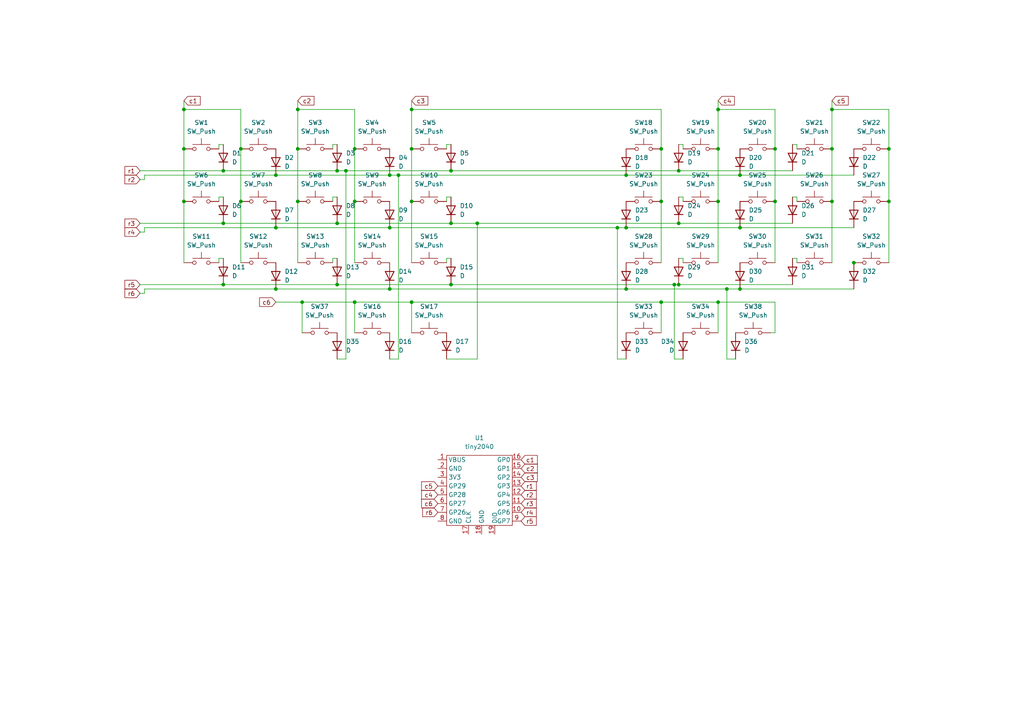
<source format=kicad_sch>
(kicad_sch (version 20230121) (generator eeschema)
  (paper "A4")
  (lib_symbols
    (symbol "Device:D" (pin_numbers hide) (pin_names (offset 1.016) hide)
      (property "Reference" "D" (at 0 2.54 0))
      (property "Value" "D" (at 0 -2.54 0))
      (symbol "D_0_1"
        (polyline (pts (xy -1.27 1.27) (xy -1.27 -1.27)) (stroke (width 0.254)))
        (polyline (pts (xy 1.27 0) (xy -1.27 0)))
        (polyline (pts (xy 1.27 1.27) (xy 1.27 -1.27) (xy -1.27 0) (xy 1.27 1.27)) (stroke (width 0.254)))
      )
      (symbol "D_1_1"
        (pin passive line (at -3.81 0 0) (length 2.54) (name "K") (number "1"))
        (pin passive line (at 3.81 0 180) (length 2.54) (name "A") (number "2"))
      )
    )
    (symbol "Switch:SW_Push" (pin_numbers hide) (pin_names (offset 1.016) hide)
      (property "Reference" "SW" (at 1.27 2.54 0))
      (property "Value" "SW_Push" (at 0 -1.524 0))
      (symbol "SW_Push_0_1"
        (circle (center -2.032 0) (radius 0.508))
        (polyline (pts (xy 0 1.27) (xy 0 3.048)))
        (polyline (pts (xy 2.54 1.27) (xy -2.54 1.27)))
        (circle (center 2.032 0) (radius 0.508))
        (pin passive line (at -5.08 0 0) (length 2.54) (name "1") (number "1"))
        (pin passive line (at 5.08 0 180) (length 2.54) (name "2") (number "2"))
      )
    )
    (symbol "tiny2040:tiny2040"
      (property "Reference" "U" (at 0 15.24 0))
      (property "Value" "tiny2040" (at 0 12.7 0))
      (symbol "tiny2040_0_1"
        (rectangle (start -10.16 10.16) (end 8.89 -10.16))
      )
      (symbol "tiny2040_1_1"
        (pin power_out line (at -12.7 8.89 0) (length 2.54) (name "VBUS") (number "1"))
        (pin input line (at 11.43 -6.35 180) (length 2.54) (name "GP6") (number "10"))
        (pin input line (at 11.43 -3.81 180) (length 2.54) (name "GP5") (number "11"))
        (pin input line (at 11.43 -1.27 180) (length 2.54) (name "GP4") (number "12"))
        (pin input line (at 11.43 1.27 180) (length 2.54) (name "GP3") (number "13"))
        (pin input line (at 11.43 3.81 180) (length 2.54) (name "GP2") (number "14"))
        (pin input line (at 11.43 6.35 180) (length 2.54) (name "GP1") (number "15"))
        (pin input line (at 11.43 8.89 180) (length 2.54) (name "GP0") (number "16"))
        (pin input line (at -3.81 -12.7 90) (length 2.54) (name "CLK") (number "17"))
        (pin input line (at 0 -12.7 90) (length 2.54) (name "GND") (number "18"))
        (pin input line (at 3.81 -12.7 90) (length 2.54) (name "DIO") (number "19"))
        (pin input line (at -12.7 6.35 0) (length 2.54) (name "GND") (number "2"))
        (pin power_out line (at -12.7 3.81 0) (length 2.54) (name "3V3") (number "3"))
        (pin input line (at -12.7 1.27 0) (length 2.54) (name "GP29") (number "4"))
        (pin input line (at -12.7 -1.27 0) (length 2.54) (name "GP28") (number "5"))
        (pin input line (at -12.7 -3.81 0) (length 2.54) (name "GP27") (number "6"))
        (pin input line (at -12.7 -6.35 0) (length 2.54) (name "GP26") (number "7"))
        (pin input line (at -12.7 -8.89 0) (length 2.54) (name "GND") (number "8"))
        (pin input line (at 11.43 -8.89 180) (length 2.54) (name "GP7") (number "9"))
      )
    )
  )
  (junction (at 241.3 31.75))
  (junction (at 208.28 87.63))
  (junction (at 241.3 58.42))
  (junction (at 196.85 64.77))
  (junction (at 214.63 66.04))
  (junction (at 53.34 58.42))
  (junction (at 195.58 82.55))
  (junction (at 191.77 58.42))
  (junction (at 69.85 58.42))
  (junction (at 69.85 43.18))
  (junction (at 53.34 43.18))
  (junction (at 80.01 66.04))
  (junction (at 130.81 64.77))
  (junction (at 102.87 87.63))
  (junction (at 64.77 64.77))
  (junction (at 86.36 58.42))
  (junction (at 241.3 43.18))
  (junction (at 191.77 43.18))
  (junction (at 80.01 50.8))
  (junction (at 102.87 43.18))
  (junction (at 214.63 83.82))
  (junction (at 97.79 82.55))
  (junction (at 208.28 58.42))
  (junction (at 208.28 43.18))
  (junction (at 115.57 50.8))
  (junction (at 113.03 50.8))
  (junction (at 64.77 49.53))
  (junction (at 196.85 49.53))
  (junction (at 181.61 66.04))
  (junction (at 113.03 66.04))
  (junction (at 224.79 58.42))
  (junction (at 181.61 50.8))
  (junction (at 97.79 49.53))
  (junction (at 130.81 49.53))
  (junction (at 208.28 31.75))
  (junction (at 138.43 64.77))
  (junction (at 64.77 82.55))
  (junction (at 214.63 50.8))
  (junction (at 210.82 83.82))
  (junction (at 191.77 87.63))
  (junction (at 119.38 43.18))
  (junction (at 86.36 43.18))
  (junction (at 86.36 31.75))
  (junction (at 87.63 87.63))
  (junction (at 102.87 58.42))
  (junction (at 181.61 83.82))
  (junction (at 113.03 83.82))
  (junction (at 53.34 31.75))
  (junction (at 257.81 43.18))
  (junction (at 130.81 82.55))
  (junction (at 80.01 83.82))
  (junction (at 100.33 49.53))
  (junction (at 257.81 58.42))
  (junction (at 97.79 64.77))
  (junction (at 224.79 43.18))
  (junction (at 119.38 31.75))
  (junction (at 247.65 76.2))
  (junction (at 119.38 58.42))
  (junction (at 196.85 82.55))
  (junction (at 119.38 87.63))
  (junction (at 179.07 66.04))
  (wire (pts (xy 208.28 87.63) (xy 224.79 87.63)))
  (wire (pts (xy 97.79 82.55) (xy 130.81 82.55)))
  (wire (pts (xy 40.64 49.53) (xy 64.77 49.53)))
  (wire (pts (xy 257.81 31.75) (xy 257.81 43.18)))
  (wire (pts (xy 63.5 41.91) (xy 64.77 41.91)))
  (wire (pts (xy 80.01 66.04) (xy 113.03 66.04)))
  (wire (pts (xy 102.87 43.18) (xy 102.87 58.42)))
  (wire (pts (xy 129.54 58.42) (xy 129.54 57.15)))
  (wire (pts (xy 138.43 64.77) (xy 138.43 104.14)))
  (wire (pts (xy 119.38 31.75) (xy 191.77 31.75)))
  (wire (pts (xy 229.87 74.93) (xy 231.14 74.93)))
  (wire (pts (xy 214.63 66.04) (xy 247.65 66.04)))
  (wire (pts (xy 96.52 76.2) (xy 96.52 74.93)))
  (wire (pts (xy 241.3 29.21) (xy 241.3 31.75)))
  (wire (pts (xy 80.01 50.8) (xy 113.03 50.8)))
  (wire (pts (xy 119.38 87.63) (xy 191.77 87.63)))
  (wire (pts (xy 181.61 83.82) (xy 210.82 83.82)))
  (wire (pts (xy 181.61 104.14) (xy 179.07 104.14)))
  (wire (pts (xy 96.52 57.15) (xy 97.79 57.15)))
  (wire (pts (xy 138.43 64.77) (xy 196.85 64.77)))
  (wire (pts (xy 119.38 87.63) (xy 119.38 96.52)))
  (wire (pts (xy 214.63 50.8) (xy 247.65 50.8)))
  (wire (pts (xy 100.33 49.53) (xy 130.81 49.53)))
  (wire (pts (xy 102.87 87.63) (xy 102.87 96.52)))
  (wire (pts (xy 97.79 49.53) (xy 100.33 49.53)))
  (wire (pts (xy 196.85 57.15) (xy 198.12 57.15)))
  (wire (pts (xy 87.63 87.63) (xy 87.63 96.52)))
  (wire (pts (xy 53.34 58.42) (xy 53.34 76.2)))
  (wire (pts (xy 179.07 66.04) (xy 181.61 66.04)))
  (wire (pts (xy 40.64 67.31) (xy 41.91 67.31)))
  (wire (pts (xy 196.85 49.53) (xy 229.87 49.53)))
  (wire (pts (xy 191.77 58.42) (xy 191.77 76.2)))
  (wire (pts (xy 208.28 58.42) (xy 208.28 76.2)))
  (wire (pts (xy 198.12 57.15) (xy 198.12 58.42)))
  (wire (pts (xy 119.38 43.18) (xy 119.38 58.42)))
  (wire (pts (xy 41.91 85.09) (xy 41.91 83.82)))
  (wire (pts (xy 130.81 49.53) (xy 196.85 49.53)))
  (wire (pts (xy 86.36 29.21) (xy 86.36 31.75)))
  (wire (pts (xy 86.36 43.18) (xy 86.36 58.42)))
  (wire (pts (xy 53.34 43.18) (xy 53.34 58.42)))
  (wire (pts (xy 63.5 74.93) (xy 64.77 74.93)))
  (wire (pts (xy 129.54 74.93) (xy 130.81 74.93)))
  (wire (pts (xy 210.82 104.14) (xy 213.36 104.14)))
  (wire (pts (xy 86.36 58.42) (xy 86.36 76.2)))
  (wire (pts (xy 40.64 82.55) (xy 64.77 82.55)))
  (wire (pts (xy 119.38 29.21) (xy 119.38 31.75)))
  (wire (pts (xy 96.52 41.91) (xy 97.79 41.91)))
  (wire (pts (xy 229.87 57.15) (xy 231.14 57.15)))
  (wire (pts (xy 100.33 49.53) (xy 100.33 104.14)))
  (wire (pts (xy 198.12 74.93) (xy 198.12 76.2)))
  (wire (pts (xy 224.79 31.75) (xy 224.79 43.18)))
  (wire (pts (xy 191.77 31.75) (xy 191.77 43.18)))
  (wire (pts (xy 257.81 43.18) (xy 257.81 58.42)))
  (wire (pts (xy 41.91 83.82) (xy 80.01 83.82)))
  (wire (pts (xy 241.3 31.75) (xy 241.3 43.18)))
  (wire (pts (xy 97.79 104.14) (xy 100.33 104.14)))
  (wire (pts (xy 129.54 104.14) (xy 138.43 104.14)))
  (wire (pts (xy 179.07 104.14) (xy 179.07 66.04)))
  (wire (pts (xy 64.77 49.53) (xy 97.79 49.53)))
  (wire (pts (xy 208.28 31.75) (xy 208.28 43.18)))
  (wire (pts (xy 97.79 64.77) (xy 130.81 64.77)))
  (wire (pts (xy 210.82 83.82) (xy 214.63 83.82)))
  (wire (pts (xy 102.87 31.75) (xy 102.87 43.18)))
  (wire (pts (xy 231.14 41.91) (xy 231.14 43.18)))
  (wire (pts (xy 196.85 74.93) (xy 198.12 74.93)))
  (wire (pts (xy 224.79 58.42) (xy 224.79 76.2)))
  (wire (pts (xy 40.64 85.09) (xy 41.91 85.09)))
  (wire (pts (xy 224.79 43.18) (xy 224.79 58.42)))
  (wire (pts (xy 96.52 43.18) (xy 96.52 41.91)))
  (wire (pts (xy 41.91 50.8) (xy 80.01 50.8)))
  (wire (pts (xy 40.64 64.77) (xy 64.77 64.77)))
  (wire (pts (xy 41.91 66.04) (xy 80.01 66.04)))
  (wire (pts (xy 113.03 83.82) (xy 181.61 83.82)))
  (wire (pts (xy 247.65 76.2) (xy 247.65 78.74)))
  (wire (pts (xy 129.54 41.91) (xy 130.81 41.91)))
  (wire (pts (xy 208.28 29.21) (xy 208.28 31.75)))
  (wire (pts (xy 130.81 82.55) (xy 195.58 82.55)))
  (wire (pts (xy 119.38 58.42) (xy 119.38 76.2)))
  (wire (pts (xy 241.3 58.42) (xy 241.3 76.2)))
  (wire (pts (xy 41.91 67.31) (xy 41.91 66.04)))
  (wire (pts (xy 96.52 58.42) (xy 96.52 57.15)))
  (wire (pts (xy 208.28 87.63) (xy 208.28 96.52)))
  (wire (pts (xy 53.34 31.75) (xy 53.34 43.18)))
  (wire (pts (xy 241.3 43.18) (xy 241.3 58.42)))
  (wire (pts (xy 208.28 43.18) (xy 208.28 58.42)))
  (wire (pts (xy 241.3 31.75) (xy 257.81 31.75)))
  (wire (pts (xy 129.54 43.18) (xy 129.54 41.91)))
  (wire (pts (xy 64.77 82.55) (xy 97.79 82.55)))
  (wire (pts (xy 63.5 57.15) (xy 64.77 57.15)))
  (wire (pts (xy 181.61 66.04) (xy 214.63 66.04)))
  (wire (pts (xy 231.14 57.15) (xy 231.14 58.42)))
  (wire (pts (xy 229.87 41.91) (xy 231.14 41.91)))
  (wire (pts (xy 195.58 82.55) (xy 196.85 82.55)))
  (wire (pts (xy 80.01 83.82) (xy 113.03 83.82)))
  (wire (pts (xy 69.85 43.18) (xy 69.85 58.42)))
  (wire (pts (xy 191.77 87.63) (xy 191.77 96.52)))
  (wire (pts (xy 102.87 87.63) (xy 119.38 87.63)))
  (wire (pts (xy 214.63 83.82) (xy 247.65 83.82)))
  (wire (pts (xy 63.5 43.18) (xy 63.5 41.91)))
  (wire (pts (xy 113.03 104.14) (xy 115.57 104.14)))
  (wire (pts (xy 130.81 64.77) (xy 138.43 64.77)))
  (wire (pts (xy 41.91 52.07) (xy 41.91 50.8)))
  (wire (pts (xy 86.36 31.75) (xy 86.36 43.18)))
  (wire (pts (xy 196.85 82.55) (xy 229.87 82.55)))
  (wire (pts (xy 69.85 31.75) (xy 69.85 43.18)))
  (wire (pts (xy 63.5 76.2) (xy 63.5 74.93)))
  (wire (pts (xy 208.28 31.75) (xy 224.79 31.75)))
  (wire (pts (xy 80.01 87.63) (xy 87.63 87.63)))
  (wire (pts (xy 96.52 74.93) (xy 97.79 74.93)))
  (wire (pts (xy 195.58 82.55) (xy 195.58 104.14)))
  (wire (pts (xy 86.36 31.75) (xy 102.87 31.75)))
  (wire (pts (xy 195.58 104.14) (xy 198.12 104.14)))
  (wire (pts (xy 63.5 58.42) (xy 63.5 57.15)))
  (wire (pts (xy 115.57 50.8) (xy 181.61 50.8)))
  (wire (pts (xy 231.14 74.93) (xy 231.14 76.2)))
  (wire (pts (xy 191.77 87.63) (xy 208.28 87.63)))
  (wire (pts (xy 210.82 83.82) (xy 210.82 104.14)))
  (wire (pts (xy 102.87 58.42) (xy 102.87 76.2)))
  (wire (pts (xy 53.34 29.21) (xy 53.34 31.75)))
  (wire (pts (xy 257.81 58.42) (xy 257.81 76.2)))
  (wire (pts (xy 181.61 50.8) (xy 214.63 50.8)))
  (wire (pts (xy 69.85 58.42) (xy 69.85 76.2)))
  (wire (pts (xy 115.57 50.8) (xy 115.57 104.14)))
  (wire (pts (xy 53.34 31.75) (xy 69.85 31.75)))
  (wire (pts (xy 113.03 50.8) (xy 115.57 50.8)))
  (wire (pts (xy 40.64 52.07) (xy 41.91 52.07)))
  (wire (pts (xy 113.03 66.04) (xy 179.07 66.04)))
  (wire (pts (xy 119.38 31.75) (xy 119.38 43.18)))
  (wire (pts (xy 64.77 64.77) (xy 97.79 64.77)))
  (wire (pts (xy 223.52 96.52) (xy 224.79 96.52)))
  (wire (pts (xy 224.79 87.63) (xy 224.79 96.52)))
  (wire (pts (xy 196.85 41.91) (xy 198.12 41.91)))
  (wire (pts (xy 129.54 76.2) (xy 129.54 74.93)))
  (wire (pts (xy 196.85 64.77) (xy 229.87 64.77)))
  (wire (pts (xy 198.12 41.91) (xy 198.12 43.18)))
  (wire (pts (xy 129.54 57.15) (xy 130.81 57.15)))
  (wire (pts (xy 191.77 43.18) (xy 191.77 58.42)))
  (wire (pts (xy 87.63 87.63) (xy 102.87 87.63)))
  (global_label "r6" (shape input) (at 127 148.59 180) (property "Intersheetrefs" "${INTERSHEET_REFS}" (effects hide)))
  (global_label "c4" (shape input) (at 208.28 29.21 0) (property "Intersheetrefs" "${INTERSHEET_REFS}" (effects hide)))
  (global_label "c6" (shape input) (at 127 146.05 180) (property "Intersheetrefs" "${INTERSHEET_REFS}" (effects hide)))
  (global_label "r6" (shape input) (at 40.64 85.09 180) (property "Intersheetrefs" "${INTERSHEET_REFS}" (effects hide)))
  (global_label "c5" (shape input) (at 127 140.97 180) (property "Intersheetrefs" "${INTERSHEET_REFS}" (effects hide)))
  (global_label "r2" (shape input) (at 40.64 52.07 180) (property "Intersheetrefs" "${INTERSHEET_REFS}" (effects hide)))
  (global_label "c5" (shape input) (at 241.3 29.21 0) (property "Intersheetrefs" "${INTERSHEET_REFS}" (effects hide)))
  (global_label "c1" (shape input) (at 53.34 29.21 0) (property "Intersheetrefs" "${INTERSHEET_REFS}" (effects hide)))
  (global_label "r2" (shape input) (at 151.13 143.51 0) (property "Intersheetrefs" "${INTERSHEET_REFS}" (effects hide)))
  (global_label "r4" (shape input) (at 40.64 67.31 180) (property "Intersheetrefs" "${INTERSHEET_REFS}" (effects hide)))
  (global_label "r1" (shape input) (at 151.13 140.97 0) (property "Intersheetrefs" "${INTERSHEET_REFS}" (effects hide)))
  (global_label "c1" (shape input) (at 151.13 133.35 0) (property "Intersheetrefs" "${INTERSHEET_REFS}" (effects hide)))
  (global_label "r3" (shape input) (at 40.64 64.77 180) (property "Intersheetrefs" "${INTERSHEET_REFS}" (effects hide)))
  (global_label "c2" (shape input) (at 86.36 29.21 0) (property "Intersheetrefs" "${INTERSHEET_REFS}" (effects hide)))
  (global_label "r4" (shape input) (at 151.13 148.59 0) (property "Intersheetrefs" "${INTERSHEET_REFS}" (effects hide)))
  (global_label "c6" (shape input) (at 80.01 87.63 180) (property "Intersheetrefs" "${INTERSHEET_REFS}" (effects hide)))
  (global_label "r1" (shape input) (at 40.64 49.53 180) (property "Intersheetrefs" "${INTERSHEET_REFS}" (effects hide)))
  (global_label "r5" (shape input) (at 40.64 82.55 180) (property "Intersheetrefs" "${INTERSHEET_REFS}" (effects hide)))
  (global_label "c3" (shape input) (at 119.38 29.21 0) (property "Intersheetrefs" "${INTERSHEET_REFS}" (effects hide)))
  (global_label "r3" (shape input) (at 151.13 146.05 0) (property "Intersheetrefs" "${INTERSHEET_REFS}" (effects hide)))
  (global_label "r5" (shape input) (at 151.13 151.13 0) (property "Intersheetrefs" "${INTERSHEET_REFS}" (effects hide)))
  (global_label "c3" (shape input) (at 151.13 138.43 0) (property "Intersheetrefs" "${INTERSHEET_REFS}" (effects hide)))
  (global_label "c4" (shape input) (at 127 143.51 180) (property "Intersheetrefs" "${INTERSHEET_REFS}" (effects hide)))
  (global_label "c2" (shape input) (at 151.13 135.89 0) (property "Intersheetrefs" "${INTERSHEET_REFS}" (effects hide)))
  (symbol (lib_id "Device:D") (at 64.77 78.74 90) (unit 1)
    (property "Reference" "D11" (at 67.31 77.47 90) (effects (justify right)))
    (property "Value" "D" (at 67.31 80.01 90) (effects (justify right)))
    (property "Footprint" "Diode_SMD:D_SOD-323_HandSoldering" (effects hide))
    (property "Sim.Device" "D" (effects hide))
    (property "Sim.Pins" "1=K 2=A" (effects hide))
  )
  (symbol (lib_id "Switch:SW_Push") (at 107.95 96.52 0) (unit 1)
    (property "Reference" "SW16" (at 107.95 88.9 0))
    (property "Value" "SW_Push" (at 107.95 91.44 0))
    (property "Footprint" "s-ol:PG1350_hotswap" (effects hide))
  )
  (symbol (lib_id "Switch:SW_Push") (at 124.46 58.42 0) (unit 1)
    (property "Reference" "SW10" (at 124.46 50.8 0))
    (property "Value" "SW_Push" (at 124.46 53.34 0))
    (property "Footprint" "s-ol:PG1350_hotswap" (effects hide))
  )
  (symbol (lib_id "Device:D") (at 113.03 100.33 90) (unit 1)
    (property "Reference" "D16" (at 115.57 99.06 90) (effects (justify right)))
    (property "Value" "D" (at 115.57 101.6 90) (effects (justify right)))
    (property "Footprint" "Diode_SMD:D_SOD-323_HandSoldering" (effects hide))
    (property "Sim.Device" "D" (effects hide))
    (property "Sim.Pins" "1=K 2=A" (effects hide))
  )
  (symbol (lib_id "Device:D") (at 247.65 46.99 90) (unit 1)
    (property "Reference" "D22" (at 250.19 45.72 90) (effects (justify right)))
    (property "Value" "D" (at 250.19 48.26 90) (effects (justify right)))
    (property "Footprint" "Diode_SMD:D_SOD-323_HandSoldering" (effects hide))
    (property "Sim.Device" "D" (effects hide))
    (property "Sim.Pins" "1=K 2=A" (effects hide))
  )
  (symbol (lib_id "Switch:SW_Push") (at 186.69 96.52 0) (unit 1)
    (property "Reference" "SW33" (at 186.69 88.9 0))
    (property "Value" "SW_Push" (at 186.69 91.44 0))
    (property "Footprint" "s-ol:PG1350_hotswap" (effects hide))
  )
  (symbol (lib_id "Switch:SW_Push") (at 236.22 58.42 0) (unit 1)
    (property "Reference" "SW26" (at 236.22 50.8 0))
    (property "Value" "SW_Push" (at 236.22 53.34 0))
    (property "Footprint" "s-ol:PG1350_hotswap" (effects hide))
  )
  (symbol (lib_id "Device:D") (at 64.77 60.96 90) (unit 1)
    (property "Reference" "D6" (at 67.31 59.69 90) (effects (justify right)))
    (property "Value" "D" (at 67.31 62.23 90) (effects (justify right)))
    (property "Footprint" "Diode_SMD:D_SOD-323_HandSoldering" (effects hide))
    (property "Sim.Device" "D" (effects hide))
    (property "Sim.Pins" "1=K 2=A" (effects hide))
  )
  (symbol (lib_id "Device:D") (at 113.03 62.23 90) (unit 1)
    (property "Reference" "D9" (at 115.57 60.96 90) (effects (justify right)))
    (property "Value" "D" (at 115.57 63.5 90) (effects (justify right)))
    (property "Footprint" "Diode_SMD:D_SOD-323_HandSoldering" (effects hide))
    (property "Sim.Device" "D" (effects hide))
    (property "Sim.Pins" "1=K 2=A" (effects hide))
  )
  (symbol (lib_id "Device:D") (at 196.85 45.72 90) (unit 1)
    (property "Reference" "D19" (at 199.39 44.45 90) (effects (justify right)))
    (property "Value" "D" (at 199.39 46.99 90) (effects (justify right)))
    (property "Footprint" "Diode_SMD:D_SOD-323_HandSoldering" (effects hide))
    (property "Sim.Device" "D" (effects hide))
    (property "Sim.Pins" "1=K 2=A" (effects hide))
  )
  (symbol (lib_id "Device:D") (at 113.03 46.99 90) (unit 1)
    (property "Reference" "D4" (at 115.57 45.72 90) (effects (justify right)))
    (property "Value" "D" (at 115.57 48.26 90) (effects (justify right)))
    (property "Footprint" "Diode_SMD:D_SOD-323_HandSoldering" (effects hide))
    (property "Sim.Device" "D" (effects hide))
    (property "Sim.Pins" "1=K 2=A" (effects hide))
  )
  (symbol (lib_id "Switch:SW_Push") (at 203.2 76.2 0) (unit 1)
    (property "Reference" "SW29" (at 203.2 68.58 0))
    (property "Value" "SW_Push" (at 203.2 71.12 0))
    (property "Footprint" "s-ol:PG1350_hotswap" (effects hide))
  )
  (symbol (lib_id "Switch:SW_Push") (at 124.46 96.52 0) (unit 1)
    (property "Reference" "SW17" (at 124.46 88.9 0))
    (property "Value" "SW_Push" (at 124.46 91.44 0))
    (property "Footprint" "s-ol:PG1350_hotswap" (effects hide))
  )
  (symbol (lib_id "Switch:SW_Push") (at 107.95 76.2 0) (unit 1)
    (property "Reference" "SW14" (at 107.95 68.58 0))
    (property "Value" "SW_Push" (at 107.95 71.12 0))
    (property "Footprint" "s-ol:PG1350_hotswap" (effects hide))
  )
  (symbol (lib_id "Device:D") (at 97.79 78.74 90) (unit 1)
    (property "Reference" "D13" (at 100.33 77.47 90) (effects (justify right)))
    (property "Value" "D" (at 100.33 80.01 90) (effects (justify right)))
    (property "Footprint" "Diode_SMD:D_SOD-323_HandSoldering" (effects hide))
    (property "Sim.Device" "D" (effects hide))
    (property "Sim.Pins" "1=K 2=A" (effects hide))
  )
  (symbol (lib_id "Switch:SW_Push") (at 74.93 76.2 0) (unit 1)
    (property "Reference" "SW12" (at 74.93 68.58 0))
    (property "Value" "SW_Push" (at 74.93 71.12 0))
    (property "Footprint" "s-ol:PG1350_hotswap" (effects hide))
  )
  (symbol (lib_id "Switch:SW_Push") (at 252.73 76.2 0) (unit 1)
    (property "Reference" "SW32" (at 252.73 68.58 0))
    (property "Value" "SW_Push" (at 252.73 71.12 0))
    (property "Footprint" "s-ol:PG1350_hotswap" (effects hide))
  )
  (symbol (lib_id "Switch:SW_Push") (at 92.71 96.52 0) (unit 1)
    (property "Reference" "SW37" (at 92.71 88.9 0))
    (property "Value" "SW_Push" (at 92.71 91.44 0))
    (property "Footprint" "s-ol:PG1350_hotswap" (effects hide))
  )
  (symbol (lib_id "Switch:SW_Push") (at 74.93 58.42 0) (unit 1)
    (property "Reference" "SW7" (at 74.93 50.8 0))
    (property "Value" "SW_Push" (at 74.93 53.34 0))
    (property "Footprint" "s-ol:PG1350_hotswap" (effects hide))
  )
  (symbol (lib_id "Device:D") (at 214.63 80.01 90) (unit 1)
    (property "Reference" "D30" (at 217.17 78.74 90) (effects (justify right)))
    (property "Value" "D" (at 217.17 81.28 90) (effects (justify right)))
    (property "Footprint" "Diode_SMD:D_SOD-323_HandSoldering" (effects hide))
    (property "Sim.Device" "D" (effects hide))
    (property "Sim.Pins" "1=K 2=A" (effects hide))
  )
  (symbol (lib_id "Device:D") (at 229.87 60.96 90) (unit 1)
    (property "Reference" "D26" (at 232.41 59.69 90) (effects (justify right)))
    (property "Value" "D" (at 232.41 62.23 90) (effects (justify right)))
    (property "Footprint" "Diode_SMD:D_SOD-323_HandSoldering" (effects hide))
    (property "Sim.Device" "D" (effects hide))
    (property "Sim.Pins" "1=K 2=A" (effects hide))
  )
  (symbol (lib_id "Device:D") (at 196.85 60.96 90) (unit 1)
    (property "Reference" "D24" (at 199.39 59.69 90) (effects (justify right)))
    (property "Value" "D" (at 199.39 62.23 90) (effects (justify right)))
    (property "Footprint" "Diode_SMD:D_SOD-323_HandSoldering" (effects hide))
    (property "Sim.Device" "D" (effects hide))
    (property "Sim.Pins" "1=K 2=A" (effects hide))
  )
  (symbol (lib_id "Device:D") (at 97.79 60.96 90) (unit 1)
    (property "Reference" "D8" (at 100.33 59.69 90) (effects (justify right)))
    (property "Value" "D" (at 100.33 62.23 90) (effects (justify right)))
    (property "Footprint" "Diode_SMD:D_SOD-323_HandSoldering" (effects hide))
    (property "Sim.Device" "D" (effects hide))
    (property "Sim.Pins" "1=K 2=A" (effects hide))
  )
  (symbol (lib_id "Device:D") (at 80.01 46.99 90) (unit 1)
    (property "Reference" "D2" (at 82.55 45.72 90) (effects (justify right)))
    (property "Value" "D" (at 82.55 48.26 90) (effects (justify right)))
    (property "Footprint" "Diode_SMD:D_SOD-323_HandSoldering" (effects hide))
    (property "Sim.Device" "D" (effects hide))
    (property "Sim.Pins" "1=K 2=A" (effects hide))
  )
  (symbol (lib_id "Device:D") (at 198.12 100.33 270) (mirror x) (unit 1)
    (property "Reference" "D34" (at 195.58 99.06 90) (effects (justify right)))
    (property "Value" "D" (at 195.58 101.6 90) (effects (justify right)))
    (property "Footprint" "Diode_SMD:D_SOD-323_HandSoldering" (effects hide))
    (property "Sim.Device" "D" (effects hide))
    (property "Sim.Pins" "1=K 2=A" (effects hide))
  )
  (symbol (lib_id "Device:D") (at 181.61 80.01 90) (unit 1)
    (property "Reference" "D28" (at 184.15 78.74 90) (effects (justify right)))
    (property "Value" "D" (at 184.15 81.28 90) (effects (justify right)))
    (property "Footprint" "Diode_SMD:D_SOD-323_HandSoldering" (effects hide))
    (property "Sim.Device" "D" (effects hide))
    (property "Sim.Pins" "1=K 2=A" (effects hide))
  )
  (symbol (lib_id "Device:D") (at 130.81 45.72 90) (unit 1)
    (property "Reference" "D5" (at 133.35 44.45 90) (effects (justify right)))
    (property "Value" "D" (at 133.35 46.99 90) (effects (justify right)))
    (property "Footprint" "Diode_SMD:D_SOD-323_HandSoldering" (effects hide))
    (property "Sim.Device" "D" (effects hide))
    (property "Sim.Pins" "1=K 2=A" (effects hide))
  )
  (symbol (lib_id "Switch:SW_Push") (at 236.22 43.18 0) (unit 1)
    (property "Reference" "SW21" (at 236.22 35.56 0))
    (property "Value" "SW_Push" (at 236.22 38.1 0))
    (property "Footprint" "s-ol:PG1350_hotswap" (effects hide))
  )
  (symbol (lib_id "Device:D") (at 97.79 45.72 90) (unit 1)
    (property "Reference" "D3" (at 100.33 44.45 90) (effects (justify right)))
    (property "Value" "D" (at 100.33 46.99 90) (effects (justify right)))
    (property "Footprint" "Diode_SMD:D_SOD-323_HandSoldering" (effects hide))
    (property "Sim.Device" "D" (effects hide))
    (property "Sim.Pins" "1=K 2=A" (effects hide))
  )
  (symbol (lib_id "Switch:SW_Push") (at 219.71 76.2 0) (unit 1)
    (property "Reference" "SW30" (at 219.71 68.58 0))
    (property "Value" "SW_Push" (at 219.71 71.12 0))
    (property "Footprint" "s-ol:PG1350_hotswap" (effects hide))
  )
  (symbol (lib_id "Device:D") (at 130.81 78.74 90) (unit 1)
    (property "Reference" "D15" (at 133.35 77.47 90) (effects (justify right)))
    (property "Value" "D" (at 133.35 80.01 90) (effects (justify right)))
    (property "Footprint" "Diode_SMD:D_SOD-323_HandSoldering" (effects hide))
    (property "Sim.Device" "D" (effects hide))
    (property "Sim.Pins" "1=K 2=A" (effects hide))
  )
  (symbol (lib_id "Device:D") (at 214.63 46.99 90) (unit 1)
    (property "Reference" "D20" (at 217.17 45.72 90) (effects (justify right)))
    (property "Value" "D" (at 217.17 48.26 90) (effects (justify right)))
    (property "Footprint" "Diode_SMD:D_SOD-323_HandSoldering" (effects hide))
    (property "Sim.Device" "D" (effects hide))
    (property "Sim.Pins" "1=K 2=A" (effects hide))
  )
  (symbol (lib_id "Switch:SW_Push") (at 91.44 58.42 0) (unit 1)
    (property "Reference" "SW8" (at 91.44 50.8 0))
    (property "Value" "SW_Push" (at 91.44 53.34 0))
    (property "Footprint" "s-ol:PG1350_hotswap" (effects hide))
  )
  (symbol (lib_id "Device:D") (at 247.65 62.23 90) (unit 1)
    (property "Reference" "D27" (at 250.19 60.96 90) (effects (justify right)))
    (property "Value" "D" (at 250.19 63.5 90) (effects (justify right)))
    (property "Footprint" "Diode_SMD:D_SOD-323_HandSoldering" (effects hide))
    (property "Sim.Device" "D" (effects hide))
    (property "Sim.Pins" "1=K 2=A" (effects hide))
  )
  (symbol (lib_id "Switch:SW_Push") (at 203.2 58.42 0) (unit 1)
    (property "Reference" "SW24" (at 203.2 50.8 0))
    (property "Value" "SW_Push" (at 203.2 53.34 0))
    (property "Footprint" "s-ol:PG1350_hotswap" (effects hide))
  )
  (symbol (lib_id "Switch:SW_Push") (at 236.22 76.2 0) (unit 1)
    (property "Reference" "SW31" (at 236.22 68.58 0))
    (property "Value" "SW_Push" (at 236.22 71.12 0))
    (property "Footprint" "s-ol:PG1350_hotswap" (effects hide))
  )
  (symbol (lib_id "Device:D") (at 229.87 78.74 90) (unit 1)
    (property "Reference" "D31" (at 232.41 77.47 90) (effects (justify right)))
    (property "Value" "D" (at 232.41 80.01 90) (effects (justify right)))
    (property "Footprint" "Diode_SMD:D_SOD-323_HandSoldering" (effects hide))
    (property "Sim.Device" "D" (effects hide))
    (property "Sim.Pins" "1=K 2=A" (effects hide))
  )
  (symbol (lib_id "Switch:SW_Push") (at 58.42 43.18 0) (unit 1)
    (property "Reference" "SW1" (at 58.42 35.56 0))
    (property "Value" "SW_Push" (at 58.42 38.1 0))
    (property "Footprint" "s-ol:PG1350_hotswap" (effects hide))
  )
  (symbol (lib_id "Device:D") (at 181.61 62.23 90) (unit 1)
    (property "Reference" "D23" (at 184.15 60.96 90) (effects (justify right)))
    (property "Value" "D" (at 184.15 63.5 90) (effects (justify right)))
    (property "Footprint" "Diode_SMD:D_SOD-323_HandSoldering" (effects hide))
    (property "Sim.Device" "D" (effects hide))
    (property "Sim.Pins" "1=K 2=A" (effects hide))
  )
  (symbol (lib_id "Switch:SW_Push") (at 107.95 58.42 0) (unit 1)
    (property "Reference" "SW9" (at 107.95 50.8 0))
    (property "Value" "SW_Push" (at 107.95 53.34 0))
    (property "Footprint" "s-ol:PG1350_hotswap" (effects hide))
  )
  (symbol (lib_id "Switch:SW_Push") (at 252.73 43.18 0) (unit 1)
    (property "Reference" "SW22" (at 252.73 35.56 0))
    (property "Value" "SW_Push" (at 252.73 38.1 0))
    (property "Footprint" "s-ol:PG1350_hotswap" (effects hide))
  )
  (symbol (lib_id "Device:D") (at 129.54 100.33 90) (unit 1)
    (property "Reference" "D17" (at 132.08 99.06 90) (effects (justify right)))
    (property "Value" "D" (at 132.08 101.6 90) (effects (justify right)))
    (property "Footprint" "Diode_SMD:D_SOD-323_HandSoldering" (effects hide))
    (property "Sim.Device" "D" (effects hide))
    (property "Sim.Pins" "1=K 2=A" (effects hide))
  )
  (symbol (lib_id "Switch:SW_Push") (at 203.2 43.18 0) (unit 1)
    (property "Reference" "SW19" (at 203.2 35.56 0))
    (property "Value" "SW_Push" (at 203.2 38.1 0))
    (property "Footprint" "s-ol:PG1350_hotswap" (effects hide))
  )
  (symbol (lib_id "Device:D") (at 214.63 62.23 90) (unit 1)
    (property "Reference" "D25" (at 217.17 60.96 90) (effects (justify right)))
    (property "Value" "D" (at 217.17 63.5 90) (effects (justify right)))
    (property "Footprint" "Diode_SMD:D_SOD-323_HandSoldering" (effects hide))
    (property "Sim.Device" "D" (effects hide))
    (property "Sim.Pins" "1=K 2=A" (effects hide))
  )
  (symbol (lib_id "Device:D") (at 181.61 100.33 90) (unit 1)
    (property "Reference" "D33" (at 184.15 99.06 90) (effects (justify right)))
    (property "Value" "D" (at 184.15 101.6 90) (effects (justify right)))
    (property "Footprint" "Diode_SMD:D_SOD-323_HandSoldering" (effects hide))
    (property "Sim.Device" "D" (effects hide))
    (property "Sim.Pins" "1=K 2=A" (effects hide))
  )
  (symbol (lib_id "Device:D") (at 64.77 45.72 90) (unit 1)
    (property "Reference" "D1" (at 67.31 44.45 90) (effects (justify right)))
    (property "Value" "D" (at 67.31 46.99 90) (effects (justify right)))
    (property "Footprint" "Diode_SMD:D_SOD-323_HandSoldering" (effects hide))
    (property "Sim.Device" "D" (effects hide))
    (property "Sim.Pins" "1=K 2=A" (effects hide))
  )
  (symbol (lib_id "tiny2040:tiny2040") (at 139.7 142.24 0) (unit 1)
    (property "Reference" "U1" (at 139.065 127 0))
    (property "Value" "tiny2040" (at 139.065 129.54 0))
    (property "Footprint" "tiny2040:tiny2040" (effects hide))
  )
  (symbol (lib_id "Switch:SW_Push") (at 58.42 76.2 0) (unit 1)
    (property "Reference" "SW11" (at 58.42 68.58 0))
    (property "Value" "SW_Push" (at 58.42 71.12 0))
    (property "Footprint" "s-ol:PG1350_hotswap" (effects hide))
  )
  (symbol (lib_id "Device:D") (at 196.85 78.74 90) (unit 1)
    (property "Reference" "D29" (at 199.39 77.47 90) (effects (justify right)))
    (property "Value" "D" (at 199.39 80.01 90) (effects (justify right)))
    (property "Footprint" "Diode_SMD:D_SOD-323_HandSoldering" (effects hide))
    (property "Sim.Device" "D" (effects hide))
    (property "Sim.Pins" "1=K 2=A" (effects hide))
  )
  (symbol (lib_id "Device:D") (at 229.87 45.72 90) (unit 1)
    (property "Reference" "D21" (at 232.41 44.45 90) (effects (justify right)))
    (property "Value" "D" (at 232.41 46.99 90) (effects (justify right)))
    (property "Footprint" "Diode_SMD:D_SOD-323_HandSoldering" (effects hide))
    (property "Sim.Device" "D" (effects hide))
    (property "Sim.Pins" "1=K 2=A" (effects hide))
  )
  (symbol (lib_id "Switch:SW_Push") (at 186.69 43.18 0) (unit 1)
    (property "Reference" "SW18" (at 186.69 35.56 0))
    (property "Value" "SW_Push" (at 186.69 38.1 0))
    (property "Footprint" "s-ol:PG1350_hotswap" (effects hide))
  )
  (symbol (lib_id "Switch:SW_Push") (at 219.71 58.42 0) (unit 1)
    (property "Reference" "SW25" (at 219.71 50.8 0))
    (property "Value" "SW_Push" (at 219.71 53.34 0))
    (property "Footprint" "s-ol:PG1350_hotswap" (effects hide))
  )
  (symbol (lib_id "Device:D") (at 213.36 100.33 90) (unit 1)
    (property "Reference" "D36" (at 215.9 99.06 90) (effects (justify right)))
    (property "Value" "D" (at 215.9 101.6 90) (effects (justify right)))
    (property "Footprint" "Diode_SMD:D_SOD-323_HandSoldering" (effects hide))
    (property "Sim.Device" "D" (effects hide))
    (property "Sim.Pins" "1=K 2=A" (effects hide))
  )
  (symbol (lib_id "Switch:SW_Push") (at 74.93 43.18 0) (unit 1)
    (property "Reference" "SW2" (at 74.93 35.56 0))
    (property "Value" "SW_Push" (at 74.93 38.1 0))
    (property "Footprint" "s-ol:PG1350_hotswap" (effects hide))
  )
  (symbol (lib_id "Switch:SW_Push") (at 186.69 76.2 0) (unit 1)
    (property "Reference" "SW28" (at 186.69 68.58 0))
    (property "Value" "SW_Push" (at 186.69 71.12 0))
    (property "Footprint" "s-ol:PG1350_hotswap" (effects hide))
  )
  (symbol (lib_id "Device:D") (at 80.01 80.01 90) (unit 1)
    (property "Reference" "D12" (at 82.55 78.74 90) (effects (justify right)))
    (property "Value" "D" (at 82.55 81.28 90) (effects (justify right)))
    (property "Footprint" "Diode_SMD:D_SOD-323_HandSoldering" (effects hide))
    (property "Sim.Device" "D" (effects hide))
    (property "Sim.Pins" "1=K 2=A" (effects hide))
  )
  (symbol (lib_id "Switch:SW_Push") (at 91.44 43.18 0) (unit 1)
    (property "Reference" "SW3" (at 91.44 35.56 0))
    (property "Value" "SW_Push" (at 91.44 38.1 0))
    (property "Footprint" "s-ol:PG1350_hotswap" (effects hide))
  )
  (symbol (lib_id "Switch:SW_Push") (at 218.44 96.52 0) (unit 1)
    (property "Reference" "SW38" (at 218.44 88.9 0))
    (property "Value" "SW_Push" (at 218.44 91.44 0))
    (property "Footprint" "s-ol:PG1350_hotswap" (effects hide))
  )
  (symbol (lib_id "Switch:SW_Push") (at 203.2 96.52 0) (unit 1)
    (property "Reference" "SW34" (at 203.2 88.9 0))
    (property "Value" "SW_Push" (at 203.2 91.44 0))
    (property "Footprint" "s-ol:PG1350_hotswap" (effects hide))
  )
  (symbol (lib_id "Switch:SW_Push") (at 58.42 58.42 0) (unit 1)
    (property "Reference" "SW6" (at 58.42 50.8 0))
    (property "Value" "SW_Push" (at 58.42 53.34 0))
    (property "Footprint" "s-ol:PG1350_hotswap" (effects hide))
  )
  (symbol (lib_id "Device:D") (at 247.65 80.01 90) (unit 1)
    (property "Reference" "D32" (at 250.19 78.74 90) (effects (justify right)))
    (property "Value" "D" (at 250.19 81.28 90) (effects (justify right)))
    (property "Footprint" "Diode_SMD:D_SOD-323_HandSoldering" (effects hide))
    (property "Sim.Device" "D" (effects hide))
    (property "Sim.Pins" "1=K 2=A" (effects hide))
  )
  (symbol (lib_id "Switch:SW_Push") (at 124.46 76.2 0) (unit 1)
    (property "Reference" "SW15" (at 124.46 68.58 0))
    (property "Value" "SW_Push" (at 124.46 71.12 0))
    (property "Footprint" "s-ol:PG1350_hotswap" (effects hide))
  )
  (symbol (lib_id "Device:D") (at 80.01 62.23 90) (unit 1)
    (property "Reference" "D7" (at 82.55 60.96 90) (effects (justify right)))
    (property "Value" "D" (at 82.55 63.5 90) (effects (justify right)))
    (property "Footprint" "Diode_SMD:D_SOD-323_HandSoldering" (effects hide))
    (property "Sim.Device" "D" (effects hide))
    (property "Sim.Pins" "1=K 2=A" (effects hide))
  )
  (symbol (lib_id "Device:D") (at 181.61 46.99 90) (unit 1)
    (property "Reference" "D18" (at 184.15 45.72 90) (effects (justify right)))
    (property "Value" "D" (at 184.15 48.26 90) (effects (justify right)))
    (property "Footprint" "Diode_SMD:D_SOD-323_HandSoldering" (effects hide))
    (property "Sim.Device" "D" (effects hide))
    (property "Sim.Pins" "1=K 2=A" (effects hide))
  )
  (symbol (lib_id "Switch:SW_Push") (at 107.95 43.18 0) (unit 1)
    (property "Reference" "SW4" (at 107.95 35.56 0))
    (property "Value" "SW_Push" (at 107.95 38.1 0))
    (property "Footprint" "s-ol:PG1350_hotswap" (effects hide))
  )
  (symbol (lib_id "Device:D") (at 113.03 80.01 90) (unit 1)
    (property "Reference" "D14" (at 115.57 78.74 90) (effects (justify right)))
    (property "Value" "D" (at 115.57 81.28 90) (effects (justify right)))
    (property "Footprint" "Diode_SMD:D_SOD-323_HandSoldering" (effects hide))
    (property "Sim.Device" "D" (effects hide))
    (property "Sim.Pins" "1=K 2=A" (effects hide))
  )
  (symbol (lib_id "Switch:SW_Push") (at 124.46 43.18 0) (unit 1)
    (property "Reference" "SW5" (at 124.46 35.56 0))
    (property "Value" "SW_Push" (at 124.46 38.1 0))
    (property "Footprint" "s-ol:PG1350_hotswap" (effects hide))
  )
  (symbol (lib_id "Switch:SW_Push") (at 186.69 58.42 0) (unit 1)
    (property "Reference" "SW23" (at 186.69 50.8 0))
    (property "Value" "SW_Push" (at 186.69 53.34 0))
    (property "Footprint" "s-ol:PG1350_hotswap" (effects hide))
  )
  (symbol (lib_id "Device:D") (at 130.81 60.96 90) (unit 1)
    (property "Reference" "D10" (at 133.35 59.69 90) (effects (justify right)))
    (property "Value" "D" (at 133.35 62.23 90) (effects (justify right)))
    (property "Footprint" "Diode_SMD:D_SOD-323_HandSoldering" (effects hide))
    (property "Sim.Device" "D" (effects hide))
    (property "Sim.Pins" "1=K 2=A" (effects hide))
  )
  (symbol (lib_id "Switch:SW_Push") (at 219.71 43.18 0) (unit 1)
    (property "Reference" "SW20" (at 219.71 35.56 0))
    (property "Value" "SW_Push" (at 219.71 38.1 0))
    (property "Footprint" "s-ol:PG1350_hotswap" (effects hide))
  )
  (symbol (lib_id "Switch:SW_Push") (at 91.44 76.2 0) (unit 1)
    (property "Reference" "SW13" (at 91.44 68.58 0))
    (property "Value" "SW_Push" (at 91.44 71.12 0))
    (property "Footprint" "s-ol:PG1350_hotswap" (effects hide))
  )
  (symbol (lib_id "Device:D") (at 97.79 100.33 90) (unit 1)
    (property "Reference" "D35" (at 100.33 99.06 90) (effects (justify right)))
    (property "Value" "D" (at 100.33 101.6 90) (effects (justify right)))
    (property "Footprint" "Diode_SMD:D_SOD-323_HandSoldering" (effects hide))
    (property "Sim.Device" "D" (effects hide))
    (property "Sim.Pins" "1=K 2=A" (effects hide))
  )
  (symbol (lib_id "Switch:SW_Push") (at 252.73 58.42 0) (unit 1)
    (property "Reference" "SW27" (at 252.73 50.8 0))
    (property "Value" "SW_Push" (at 252.73 53.34 0))
    (property "Footprint" "s-ol:PG1350_hotswap" (effects hide))
  )
)
</source>
